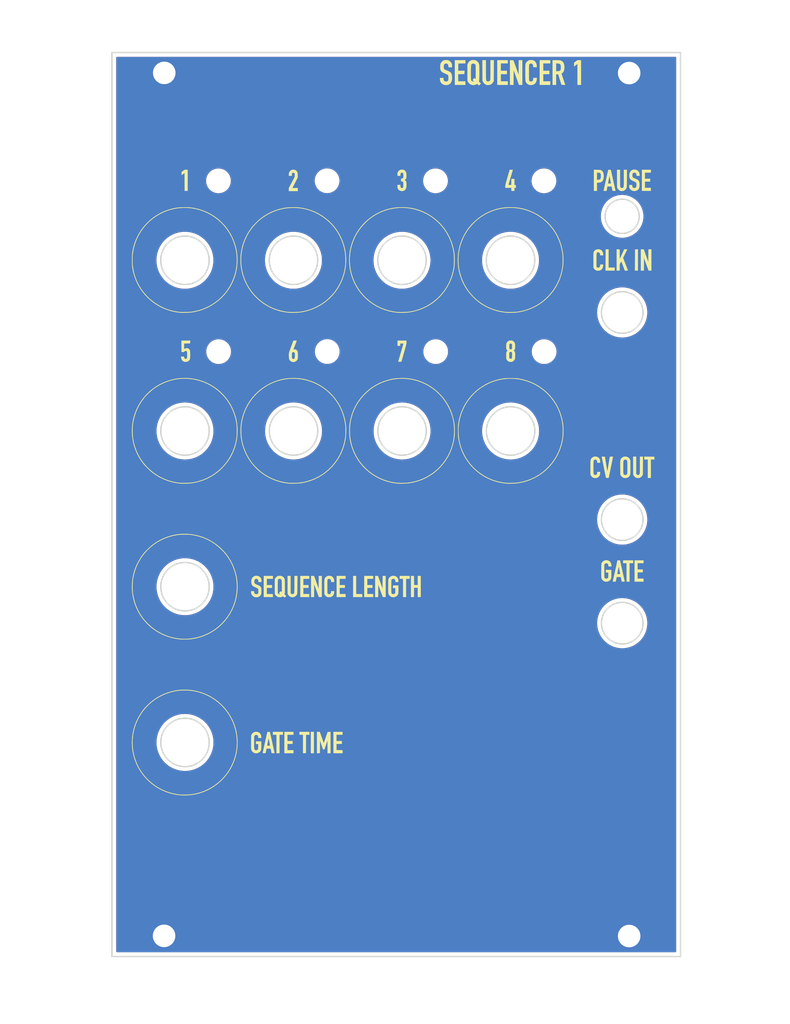
<source format=kicad_pcb>
(kicad_pcb (version 20171130) (host pcbnew "(5.1.6-0)")
  (layers (0 F.Cu signal) (31 B.Cu signal) (34 B.Paste user) (35 F.Paste user) (36 B.SilkS user) (37 F.SilkS user) (38 B.Mask user) (39 F.Mask user) (44 Edge.Cuts user))
  (net 0 "")
  (net 1 GND)
  (module Mounting_Holes:MountingHole_2.5mm (layer F.Cu) (at 135.9 77.975)
    (fp_text reference REF** hide)
    (fp_text value MountingHole_2.5mm)
    (pad 1 np_thru_hole circle (at 0 0) (size 2.5 2.5) (drill 2.5) (layers *.Cu *.Mask))
  )
  (module Mounting_Holes:MountingHole_2.5mm (layer F.Cu) (at 120.5 77.975)
    (fp_text reference REF** hide)
    (fp_text value MountingHole_2.5mm)
    (pad 1 np_thru_hole circle (at 0 0) (size 2.5 2.5) (drill 2.5) (layers *.Cu *.Mask))
  )
  (module Mounting_Holes:MountingHole_2.5mm (layer F.Cu) (at 105.1 77.965662)
    (fp_text reference REF** hide)
    (fp_text value MountingHole_2.5mm)
    (pad 1 np_thru_hole circle (at 0 0) (size 2.5 2.5) (drill 2.5) (layers *.Cu *.Mask))
  )
  (module Mounting_Holes:MountingHole_2.5mm (layer F.Cu) (at 89.675 77.975)
    (fp_text reference REF** hide)
    (fp_text value MountingHole_2.5mm)
    (pad 1 np_thru_hole circle (at 0 0) (size 2.5 2.5) (drill 2.5) (layers *.Cu *.Mask))
  )
  (module Mounting_Holes:MountingHole_2.5mm (layer F.Cu) (at 135.875 53.725)
    (fp_text reference REF** hide)
    (fp_text value MountingHole_2.5mm)
    (pad 1 np_thru_hole circle (at 0 0) (size 2.5 2.5) (drill 2.5) (layers *.Cu *.Mask))
  )
  (module Mounting_Holes:MountingHole_2.5mm (layer F.Cu) (at 120.475 53.725)
    (fp_text reference REF** hide)
    (fp_text value MountingHole_2.5mm)
    (pad 1 np_thru_hole circle (at 0 0) (size 2.5 2.5) (drill 2.5) (layers *.Cu *.Mask))
  )
  (module Mounting_Holes:MountingHole_2.5mm (layer F.Cu) (at 105.075 53.715662)
    (fp_text reference REF** hide)
    (fp_text value MountingHole_2.5mm)
    (pad 1 np_thru_hole circle (at 0 0) (size 2.5 2.5) (drill 2.5) (layers *.Cu *.Mask))
  )
  (module Mounting_Holes:MountingHole_2.5mm (layer F.Cu) (at 89.65 53.725)
    (fp_text reference REF** hide)
    (fp_text value MountingHole_2.5mm)
    (pad 1 np_thru_hole circle (at 0 0) (size 2.5 2.5) (drill 2.5) (layers *.Cu *.Mask))
  )
  (module panel_design:silkscreen (layer F.Cu) (at 114.875 99.675)
    (fp_text reference G*** hide)
    (fp_text value LOGO hide)
  )
  (module Mounting_Holes:MountingHole_3.2mm_M3_DIN965_Pad (layer F.Cu) (at 81.95 38.4)
    (fp_text reference H1 hide)
    (fp_text value MountingHole_Pad)
    (pad 1 thru_hole circle (at 0 0) (size 4.299991 4.299991) (drill 3.200001) (layers *.Cu *.Mask) (net 1 GND))
  )
  (module Mounting_Holes:MountingHole_3.2mm_M3_DIN965_Pad (layer F.Cu) (at 147.975 38.425)
    (fp_text reference H2 hide)
    (fp_text value MountingHole_Pad)
    (pad 1 thru_hole circle (at 0 0) (size 4.299991 4.299991) (drill 3.200001) (layers *.Cu *.Mask) (net 1 GND))
  )
  (module Mounting_Holes:MountingHole_3.2mm_M3_DIN965_Pad (layer F.Cu) (at 147.975 160.95)
    (fp_text reference H3 hide)
    (fp_text value MountingHole_Pad)
    (pad 1 thru_hole circle (at 0 0) (size 4.299991 4.299991) (drill 3.200001) (layers *.Cu *.Mask) (net 1 GND))
  )
  (module Mounting_Holes:MountingHole_3.2mm_M3_DIN965_Pad (layer F.Cu) (at 81.925 160.925)
    (fp_text reference H4 hide)
    (fp_text value MountingHole_Pad)
    (pad 1 thru_hole circle (at 0 0) (size 4.299991 4.299991) (drill 3.200001) (layers *.Cu *.Mask) (net 1 GND))
  )
  (gr_line (start 146.976753 56.329517) (end 146.976753 56.329517) (layer Edge.Cuts) (width 0.2))
  (gr_curve (pts (xy 148.689675 57.042885) (xy 148.23538 56.586124) (xy 147.619223 56.329517) (xy 146.976753 56.329517)) (layer Edge.Cuts) (width 0.2))
  (gr_curve (pts (xy 149.39919 58.765108) (xy 149.39919 58.119149) (xy 149.14397 57.499647) (xy 148.689675 57.042885)) (layer Edge.Cuts) (width 0.2))
  (gr_curve (pts (xy 147.90378 61.0153) (xy 148.808982 60.638317) (xy 149.39919 59.750212) (xy 149.39919 58.765108)) (layer Edge.Cuts) (width 0.2))
  (gr_curve (pts (xy 145.263832 60.48733) (xy 145.956644 61.183904) (xy 146.998577 61.392283) (xy 147.90378 61.0153)) (layer Edge.Cuts) (width 0.2))
  (gr_curve (pts (xy 144.738714 57.833048) (xy 144.363766 58.743165) (xy 144.57102 59.790756) (xy 145.263832 60.48733)) (layer Edge.Cuts) (width 0.2))
  (gr_curve (pts (xy 146.976753 56.329517) (xy 145.996969 56.329517) (xy 145.113661 56.92293) (xy 144.738714 57.833048)) (layer Edge.Cuts) (width 0.2))
  (gr_curve (pts (xy 102.732486 62.571366) (xy 102.0874 61.92628) (xy 101.212477 61.563875) (xy 100.300188 61.563875)) (layer Edge.Cuts) (width 0.2))
  (gr_curve (pts (xy 81.708348 63.687314) (xy 81.175934 64.972675) (xy 81.470227 66.452189) (xy 82.454 67.435962)) (layer Edge.Cuts) (width 0.2))
  (gr_curve (pts (xy 103.739977 65.003664) (xy 103.739977 64.091375) (xy 103.377572 63.216452) (xy 102.732486 62.571366)) (layer Edge.Cuts) (width 0.2))
  (gr_line (start 100.300188 61.563875) (end 100.300188 61.563875) (layer Edge.Cuts) (width 0.2))
  (gr_line (start 155.268746 35.514173) (end 155.268746 163.859803) (layer Edge.Cuts) (width 0.2))
  (gr_curve (pts (xy 84.886298 61.563875) (xy 83.495033 61.563875) (xy 82.240761 62.401953) (xy 81.708348 63.687314)) (layer Edge.Cuts) (width 0.2))
  (gr_curve (pts (xy 117.030448 68.181614) (xy 118.315809 67.649202) (xy 119.153887 66.394929) (xy 119.153887 65.003664)) (layer Edge.Cuts) (width 0.2))
  (gr_curve (pts (xy 100.300188 61.563875) (xy 98.908923 61.563875) (xy 97.654651 62.401953) (xy 97.122238 63.687314)) (layer Edge.Cuts) (width 0.2))
  (gr_curve (pts (xy 87.318596 62.571366) (xy 86.67351 61.92628) (xy 85.798587 61.563875) (xy 84.886298 61.563875)) (layer Edge.Cuts) (width 0.2))
  (gr_curve (pts (xy 97.86789 67.435962) (xy 98.851663 68.419736) (xy 100.331177 68.714028) (xy 101.616538 68.181614)) (layer Edge.Cuts) (width 0.2))
  (gr_curve (pts (xy 88.336387 133.461964) (xy 88.336387 132.549675) (xy 87.973982 131.674752) (xy 87.328896 131.029666)) (layer Edge.Cuts) (width 0.2))
  (gr_curve (pts (xy 86.212948 136.639914) (xy 87.498309 136.107501) (xy 88.336387 134.853229) (xy 88.336387 133.461964)) (layer Edge.Cuts) (width 0.2))
  (gr_curve (pts (xy 82.4643 135.894262) (xy 83.448073 136.878035) (xy 84.927587 137.172328) (xy 86.212948 136.639914)) (layer Edge.Cuts) (width 0.2))
  (gr_curve (pts (xy 81.718648 132.145614) (xy 81.186234 133.430975) (xy 81.480527 134.910489) (xy 82.4643 135.894262)) (layer Edge.Cuts) (width 0.2))
  (gr_curve (pts (xy 112.536148 63.687314) (xy 112.003734 64.972675) (xy 112.298027 66.452189) (xy 113.2818 67.435962)) (layer Edge.Cuts) (width 0.2))
  (gr_curve (pts (xy 87.328896 131.029666) (xy 86.68381 130.38458) (xy 85.808887 130.022175) (xy 84.896598 130.022175)) (layer Edge.Cuts) (width 0.2))
  (gr_curve (pts (xy 115.714098 61.563875) (xy 114.322833 61.563875) (xy 113.068561 62.401953) (xy 112.536148 63.687314)) (layer Edge.Cuts) (width 0.2))
  (gr_curve (pts (xy 149.079323 114.438933) (xy 148.525095 113.884705) (xy 147.773399 113.573342) (xy 146.989602 113.573342)) (layer Edge.Cuts) (width 0.2))
  (gr_curve (pts (xy 149.944914 116.528654) (xy 149.944914 115.744857) (xy 149.633552 114.993162) (xy 149.079323 114.438933)) (layer Edge.Cuts) (width 0.2))
  (gr_curve (pts (xy 148.120551 119.259006) (xy 149.224875 118.80158) (xy 149.944914 117.723966) (xy 149.944914 116.528654)) (layer Edge.Cuts) (width 0.2))
  (gr_curve (pts (xy 144.899881 118.618375) (xy 145.745094 119.463588) (xy 147.016227 119.716432) (xy 148.120551 119.259006)) (layer Edge.Cuts) (width 0.2))
  (gr_curve (pts (xy 144.25925 115.397705) (xy 143.801824 116.502029) (xy 144.054668 117.773162) (xy 144.899881 118.618375)) (layer Edge.Cuts) (width 0.2))
  (gr_curve (pts (xy 146.989602 113.573342) (xy 145.79429 113.573342) (xy 144.716676 114.293381) (xy 144.25925 115.397705)) (layer Edge.Cuts) (width 0.2))
  (gr_curve (pts (xy 87.328896 108.919266) (xy 86.68381 108.27418) (xy 85.808887 107.911775) (xy 84.896598 107.911775)) (layer Edge.Cuts) (width 0.2))
  (gr_curve (pts (xy 88.336387 111.351564) (xy 88.336387 110.439275) (xy 87.973982 109.564352) (xy 87.328896 108.919266)) (layer Edge.Cuts) (width 0.2))
  (gr_curve (pts (xy 86.212948 114.529514) (xy 87.498309 113.997101) (xy 88.336387 112.742829) (xy 88.336387 111.351564)) (layer Edge.Cuts) (width 0.2))
  (gr_curve (pts (xy 82.4643 113.783862) (xy 83.448073 114.767635) (xy 84.927587 115.061928) (xy 86.212948 114.529514)) (layer Edge.Cuts) (width 0.2))
  (gr_curve (pts (xy 81.718648 110.035214) (xy 81.186234 111.320575) (xy 81.480527 112.800089) (xy 82.4643 113.783862)) (layer Edge.Cuts) (width 0.2))
  (gr_curve (pts (xy 84.896598 107.911775) (xy 83.505333 107.911775) (xy 82.251061 108.749853) (xy 81.718648 110.035214)) (layer Edge.Cuts) (width 0.2))
  (gr_line (start 115.714098 61.563875) (end 115.714098 61.563875) (layer Edge.Cuts) (width 0.2))
  (gr_curve (pts (xy 118.146396 62.571366) (xy 117.50131 61.92628) (xy 116.626387 61.563875) (xy 115.714098 61.563875)) (layer Edge.Cuts) (width 0.2))
  (gr_curve (pts (xy 119.153887 65.003664) (xy 119.153887 64.091375) (xy 118.791482 63.216452) (xy 118.146396 62.571366)) (layer Edge.Cuts) (width 0.2))
  (gr_line (start 74.523118 35.514173) (end 155.268746 35.514173) (layer Edge.Cuts) (width 0.2))
  (gr_curve (pts (xy 133.560296 62.571366) (xy 132.91521 61.92628) (xy 132.040287 61.563875) (xy 131.127998 61.563875)) (layer Edge.Cuts) (width 0.2))
  (gr_curve (pts (xy 132.444348 68.181614) (xy 133.729709 67.649202) (xy 134.567787 66.394929) (xy 134.567787 65.003664)) (layer Edge.Cuts) (width 0.2))
  (gr_curve (pts (xy 127.950048 63.687314) (xy 127.417634 64.972675) (xy 127.711927 66.452189) (xy 128.6957 67.435962)) (layer Edge.Cuts) (width 0.2))
  (gr_curve (pts (xy 131.127998 61.563875) (xy 129.736733 61.563875) (xy 128.482461 62.401953) (xy 127.950048 63.687314)) (layer Edge.Cuts) (width 0.2))
  (gr_line (start 131.127998 61.563875) (end 131.127998 61.563875) (layer Edge.Cuts) (width 0.2))
  (gr_curve (pts (xy 134.567787 65.003664) (xy 134.567787 64.091375) (xy 134.205382 63.216452) (xy 133.560296 62.571366)) (layer Edge.Cuts) (width 0.2))
  (gr_curve (pts (xy 86.202648 68.181614) (xy 87.488009 67.649202) (xy 88.326087 66.394929) (xy 88.326087 65.003664)) (layer Edge.Cuts) (width 0.2))
  (gr_curve (pts (xy 84.896598 130.022175) (xy 83.505333 130.022175) (xy 82.251061 130.860253) (xy 81.718648 132.145614)) (layer Edge.Cuts) (width 0.2))
  (gr_line (start 84.896598 107.911775) (end 84.896598 107.911775) (layer Edge.Cuts) (width 0.2))
  (gr_line (start 146.989602 98.867782) (end 146.989602 98.867782) (layer Edge.Cuts) (width 0.2))
  (gr_curve (pts (xy 149.079323 99.733373) (xy 148.525095 99.179145) (xy 147.773399 98.867782) (xy 146.989602 98.867782)) (layer Edge.Cuts) (width 0.2))
  (gr_curve (pts (xy 128.6957 67.435962) (xy 129.679473 68.419736) (xy 131.158987 68.714028) (xy 132.444348 68.181614)) (layer Edge.Cuts) (width 0.2))
  (gr_curve (pts (xy 84.896598 85.801375) (xy 83.505333 85.801375) (xy 82.251061 86.639453) (xy 81.718648 87.924814)) (layer Edge.Cuts) (width 0.2))
  (gr_curve (pts (xy 88.326087 65.003664) (xy 88.326087 64.091375) (xy 87.963682 63.216452) (xy 87.318596 62.571366)) (layer Edge.Cuts) (width 0.2))
  (gr_curve (pts (xy 146.989602 98.867782) (xy 145.79429 98.867782) (xy 144.716676 99.587821) (xy 144.25925 100.692145)) (layer Edge.Cuts) (width 0.2))
  (gr_line (start 146.989602 69.456683) (end 146.989602 69.456683) (layer Edge.Cuts) (width 0.2))
  (gr_curve (pts (xy 149.079323 70.322273) (xy 148.525095 69.768045) (xy 147.773399 69.456683) (xy 146.989602 69.456683)) (layer Edge.Cuts) (width 0.2))
  (gr_curve (pts (xy 149.944914 72.411994) (xy 149.944914 71.628197) (xy 149.633552 70.876502) (xy 149.079323 70.322273)) (layer Edge.Cuts) (width 0.2))
  (gr_curve (pts (xy 148.120551 75.142346) (xy 149.224875 74.68492) (xy 149.944914 73.607306) (xy 149.944914 72.411994)) (layer Edge.Cuts) (width 0.2))
  (gr_curve (pts (xy 144.899881 74.501715) (xy 145.745094 75.346928) (xy 147.016227 75.599772) (xy 148.120551 75.142346)) (layer Edge.Cuts) (width 0.2))
  (gr_curve (pts (xy 88.336387 89.241164) (xy 88.336387 88.328875) (xy 87.973982 87.453952) (xy 87.328896 86.808866)) (layer Edge.Cuts) (width 0.2))
  (gr_curve (pts (xy 86.212948 92.419114) (xy 87.498309 91.886701) (xy 88.336387 90.632429) (xy 88.336387 89.241164)) (layer Edge.Cuts) (width 0.2))
  (gr_curve (pts (xy 82.4643 91.673462) (xy 83.448073 92.657235) (xy 84.927587 92.951528) (xy 86.212948 92.419114)) (layer Edge.Cuts) (width 0.2))
  (gr_curve (pts (xy 81.718648 87.924814) (xy 81.186234 89.210175) (xy 81.480527 90.689689) (xy 82.4643 91.673462)) (layer Edge.Cuts) (width 0.2))
  (gr_line (start 84.896598 85.801375) (end 84.896598 85.801375) (layer Edge.Cuts) (width 0.2))
  (gr_curve (pts (xy 87.328896 86.808866) (xy 86.68381 86.16378) (xy 85.808887 85.801375) (xy 84.896598 85.801375)) (layer Edge.Cuts) (width 0.2))
  (gr_curve (pts (xy 149.944914 101.823094) (xy 149.944914 101.039297) (xy 149.633552 100.287602) (xy 149.079323 99.733373)) (layer Edge.Cuts) (width 0.2))
  (gr_curve (pts (xy 148.120551 104.553446) (xy 149.224875 104.09602) (xy 149.944914 103.018406) (xy 149.944914 101.823094)) (layer Edge.Cuts) (width 0.2))
  (gr_curve (pts (xy 144.899881 103.912815) (xy 145.745094 104.758028) (xy 147.016227 105.010872) (xy 148.120551 104.553446)) (layer Edge.Cuts) (width 0.2))
  (gr_curve (pts (xy 144.25925 100.692145) (xy 143.801824 101.796469) (xy 144.054668 103.067602) (xy 144.899881 103.912815)) (layer Edge.Cuts) (width 0.2))
  (gr_curve (pts (xy 97.122238 63.687314) (xy 96.589824 64.972675) (xy 96.884117 66.452189) (xy 97.86789 67.435962)) (layer Edge.Cuts) (width 0.2))
  (gr_curve (pts (xy 113.2818 67.435962) (xy 114.265573 68.419736) (xy 115.745087 68.714028) (xy 117.030448 68.181614)) (layer Edge.Cuts) (width 0.2))
  (gr_curve (pts (xy 101.616538 68.181614) (xy 102.901899 67.649202) (xy 103.739977 66.394929) (xy 103.739977 65.003664)) (layer Edge.Cuts) (width 0.2))
  (gr_line (start 74.523118 163.859803) (end 74.523118 35.514173) (layer Edge.Cuts) (width 0.2))
  (gr_line (start 155.268746 163.859803) (end 74.523118 163.859803) (layer Edge.Cuts) (width 0.2))
  (gr_curve (pts (xy 97.87823 91.673462) (xy 98.862003 92.657235) (xy 100.341517 92.951528) (xy 101.626878 92.419114)) (layer Edge.Cuts) (width 0.2))
  (gr_curve (pts (xy 97.132578 87.924814) (xy 96.600164 89.210175) (xy 96.894457 90.689689) (xy 97.87823 91.673462)) (layer Edge.Cuts) (width 0.2))
  (gr_curve (pts (xy 100.310528 85.801375) (xy 98.919263 85.801375) (xy 97.664991 86.639453) (xy 97.132578 87.924814)) (layer Edge.Cuts) (width 0.2))
  (gr_line (start 84.896598 130.022175) (end 84.896598 130.022175) (layer Edge.Cuts) (width 0.2))
  (gr_line (start 84.886298 61.563875) (end 84.886298 61.563875) (layer Edge.Cuts) (width 0.2))
  (gr_curve (pts (xy 144.25925 71.281046) (xy 143.801824 72.385369) (xy 144.054668 73.656502) (xy 144.899881 74.501715)) (layer Edge.Cuts) (width 0.2))
  (gr_curve (pts (xy 146.989602 69.456683) (xy 145.79429 69.456683) (xy 144.716676 70.176721) (xy 144.25925 71.281046)) (layer Edge.Cuts) (width 0.2))
  (gr_line (start 146.989602 113.573342) (end 146.989602 113.573342) (layer Edge.Cuts) (width 0.2))
  (gr_curve (pts (xy 82.454 67.435962) (xy 83.437773 68.419736) (xy 84.917287 68.714028) (xy 86.202648 68.181614)) (layer Edge.Cuts) (width 0.2))
  (gr_line (start 115.724398 85.801375) (end 115.724398 85.801375) (layer Edge.Cuts) (width 0.2))
  (gr_curve (pts (xy 118.156696 86.808866) (xy 117.51161 86.16378) (xy 116.636687 85.801375) (xy 115.724398 85.801375)) (layer Edge.Cuts) (width 0.2))
  (gr_curve (pts (xy 119.164187 89.241164) (xy 119.164187 88.328875) (xy 118.801782 87.453952) (xy 118.156696 86.808866)) (layer Edge.Cuts) (width 0.2))
  (gr_curve (pts (xy 117.040748 92.419114) (xy 118.326109 91.886701) (xy 119.164187 90.632429) (xy 119.164187 89.241164)) (layer Edge.Cuts) (width 0.2))
  (gr_curve (pts (xy 113.2921 91.673462) (xy 114.275873 92.657235) (xy 115.755387 92.951528) (xy 117.040748 92.419114)) (layer Edge.Cuts) (width 0.2))
  (gr_curve (pts (xy 112.546448 87.924814) (xy 112.014034 89.210175) (xy 112.308327 90.689689) (xy 113.2921 91.673462)) (layer Edge.Cuts) (width 0.2))
  (gr_curve (pts (xy 115.724398 85.801375) (xy 114.333133 85.801375) (xy 113.078861 86.639453) (xy 112.546448 87.924814)) (layer Edge.Cuts) (width 0.2))
  (gr_line (start 131.138298 85.801375) (end 131.138298 85.801375) (layer Edge.Cuts) (width 0.2))
  (gr_curve (pts (xy 133.570596 86.808866) (xy 132.92551 86.16378) (xy 132.050587 85.801375) (xy 131.138298 85.801375)) (layer Edge.Cuts) (width 0.2))
  (gr_curve (pts (xy 134.578087 89.241164) (xy 134.578087 88.328875) (xy 134.215682 87.453952) (xy 133.570596 86.808866)) (layer Edge.Cuts) (width 0.2))
  (gr_curve (pts (xy 132.454648 92.419114) (xy 133.740009 91.886701) (xy 134.578087 90.632429) (xy 134.578087 89.241164)) (layer Edge.Cuts) (width 0.2))
  (gr_curve (pts (xy 128.706 91.673462) (xy 129.689773 92.657235) (xy 131.169287 92.951528) (xy 132.454648 92.419114)) (layer Edge.Cuts) (width 0.2))
  (gr_curve (pts (xy 127.960348 87.924814) (xy 127.427934 89.210175) (xy 127.722227 90.689689) (xy 128.706 91.673462)) (layer Edge.Cuts) (width 0.2))
  (gr_curve (pts (xy 131.138298 85.801375) (xy 129.747033 85.801375) (xy 128.492761 86.639453) (xy 127.960348 87.924814)) (layer Edge.Cuts) (width 0.2))
  (gr_line (start 100.310528 85.801375) (end 100.310528 85.801375) (layer Edge.Cuts) (width 0.2))
  (gr_curve (pts (xy 102.742826 86.808866) (xy 102.09774 86.16378) (xy 101.222817 85.801375) (xy 100.310528 85.801375)) (layer Edge.Cuts) (width 0.2))
  (gr_curve (pts (xy 103.750317 89.241164) (xy 103.750317 88.328875) (xy 103.387912 87.453952) (xy 102.742826 86.808866)) (layer Edge.Cuts) (width 0.2))
  (gr_curve (pts (xy 101.626878 92.419114) (xy 102.912239 91.886701) (xy 103.750317 90.632429) (xy 103.750317 89.241164)) (layer Edge.Cuts) (width 0.2))
  (zone (net 1) (net_name GND) (layer F.Cu) (connect_pads yes (clearance 0.508)) (min_thickness 0.254) (fill yes (arc_segments 32) (thermal_gap 0.508) (thermal_bridge_width 0.508))
    (polygon (pts (xy 170.825 173.45) (xy 58.625 173.45) (xy 58.625 28.05) (xy 170.825 28.05)))
  )
  (zone (net 1) (net_name GND) (layer B.Cu) (connect_pads yes (clearance 0.508)) (min_thickness 0.254) (fill yes (arc_segments 32) (thermal_gap 0.508) (thermal_bridge_width 0.508))
    (polygon (pts (xy 170.825 173.45) (xy 58.625 173.45) (xy 58.625 28.05) (xy 170.825 28.05)))
  )
)
</source>
